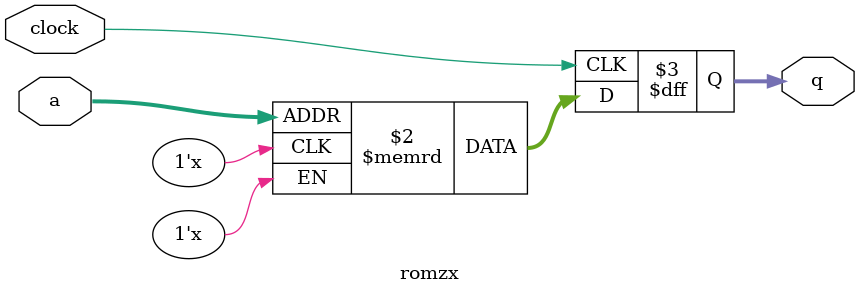
<source format=v>
module romzx
//-------------------------------------------------------------------------------------------------
#
(
	parameter KB = 128
)
(
	input  wire                      clock,
	input  wire[$clog2(KB*1024)-1:0] a,
	output reg [                7:0] q
);
//-------------------------------------------------------------------------------------------------

reg[7:0] mem[(KB*1024)-1:0] /* synthesis ram_init_file = "../hdl/rom/zx.mif" */;
//initial $readmemh("../rom/zx.hex", mem);

always @(posedge clock) q <= mem[a];

//-------------------------------------------------------------------------------------------------
endmodule
//-------------------------------------------------------------------------------------------------
</source>
